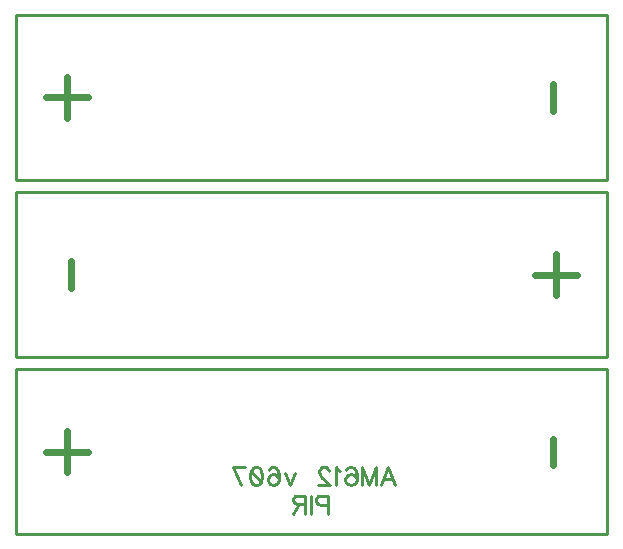
<source format=gbr>
G04 DipTrace 3.2.0.1*
G04 BottomSilk.gbr*
%MOIN*%
G04 #@! TF.FileFunction,Legend,Bot*
G04 #@! TF.Part,Single*
%ADD10C,0.009843*%
%ADD62C,0.009264*%
%ADD64C,0.024703*%
%FSLAX26Y26*%
G04*
G70*
G90*
G75*
G01*
G04 BotSilk*
%LPD*%
X2440905Y984252D2*
D10*
X472481D1*
Y1535433D1*
X2440905D1*
Y984252D1*
X472481Y2125984D2*
X2440905D1*
Y1574803D1*
X472481D1*
Y2125984D1*
Y944882D2*
X2440905D1*
Y393701D1*
X472481D1*
Y944882D1*
X1689741Y557789D2*
D62*
X1712755Y618077D1*
X1735703Y557789D1*
X1727081Y577885D2*
X1698363D1*
X1625318Y557789D2*
Y618077D1*
X1648266Y557789D1*
X1671214Y618077D1*
Y557789D1*
X1572369Y609455D2*
X1575221Y615159D1*
X1583843Y618011D1*
X1589547D1*
X1598169Y615159D1*
X1603939Y606537D1*
X1606791Y592211D1*
Y577885D1*
X1603939Y566411D1*
X1598169Y560641D1*
X1589547Y557789D1*
X1586695D1*
X1578139Y560641D1*
X1572369Y566411D1*
X1569517Y575033D1*
Y577885D1*
X1572369Y586507D1*
X1578139Y592211D1*
X1586695Y595063D1*
X1589547D1*
X1598169Y592211D1*
X1603939Y586507D1*
X1606791Y577885D1*
X1550990Y606537D2*
X1545220Y609455D1*
X1536598Y618011D1*
Y557789D1*
X1515152Y603685D2*
Y606537D1*
X1512300Y612307D1*
X1509448Y615159D1*
X1503678Y618011D1*
X1492204D1*
X1486501Y615159D1*
X1483649Y612307D1*
X1480730Y606537D1*
Y600833D1*
X1483649Y595063D1*
X1489352Y586507D1*
X1518071Y557789D1*
X1477878D1*
X1401030Y597981D2*
X1383786Y557789D1*
X1366608Y597981D1*
X1313659Y609455D2*
X1316511Y615159D1*
X1325133Y618011D1*
X1330837D1*
X1339459Y615159D1*
X1345229Y606537D1*
X1348081Y592211D1*
Y577885D1*
X1345229Y566411D1*
X1339459Y560641D1*
X1330837Y557789D1*
X1327985D1*
X1319430Y560641D1*
X1313659Y566411D1*
X1310808Y575033D1*
Y577885D1*
X1313659Y586507D1*
X1319430Y592211D1*
X1327985Y595063D1*
X1330837D1*
X1339459Y592211D1*
X1345229Y586507D1*
X1348081Y577885D1*
X1275036Y618011D2*
X1283658Y615159D1*
X1289429Y606537D1*
X1292280Y592211D1*
Y583589D1*
X1289429Y569263D1*
X1283658Y560641D1*
X1275036Y557789D1*
X1269333D1*
X1260710Y560641D1*
X1255007Y569263D1*
X1252088Y583589D1*
Y592211D1*
X1255007Y606537D1*
X1260710Y615159D1*
X1269333Y618011D1*
X1275036D1*
X1255007Y606537D2*
X1289429Y569263D1*
X1222087Y557789D2*
X1193369Y618011D1*
X1233561D1*
X1512382Y491626D2*
X1486516D1*
X1477960Y494477D1*
X1475042Y497396D1*
X1472190Y503100D1*
Y511722D1*
X1475042Y517425D1*
X1477960Y520344D1*
X1486516Y523196D1*
X1512382D1*
Y462907D1*
X1453663Y523196D2*
Y462907D1*
X1435136Y494477D2*
X1409336D1*
X1400714Y497396D1*
X1397796Y500248D1*
X1394944Y505951D1*
Y511722D1*
X1397796Y517425D1*
X1400714Y520344D1*
X1409336Y523196D1*
X1435136D1*
Y462907D1*
X1415040Y494477D2*
X1394944Y462907D1*
X2340807Y1259759D2*
D64*
X2203031D1*
X2271830Y1190959D2*
Y1328735D1*
X653248Y1215942D2*
Y1304373D1*
X572579Y1850477D2*
X710355D1*
X641556Y1919277D2*
Y1781501D1*
X2260138Y1894295D2*
Y1805863D1*
X572579Y669375D2*
X710355D1*
X641556Y738175D2*
Y600399D1*
X2260138Y713192D2*
Y624761D1*
M02*

</source>
